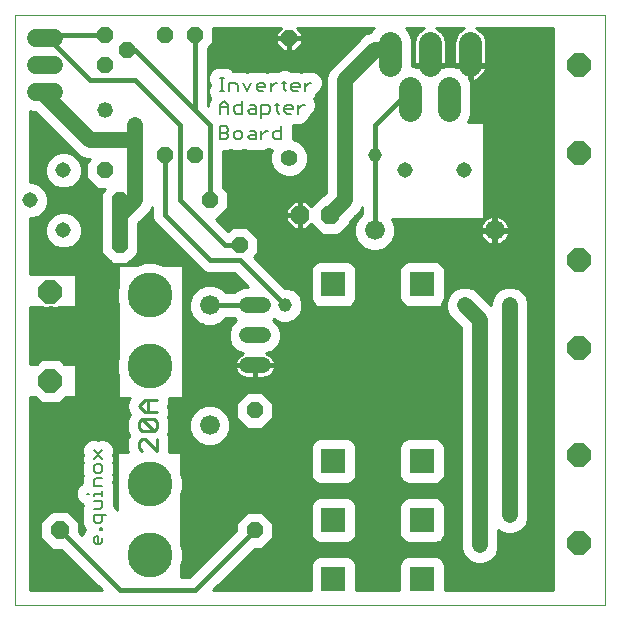
<source format=gtl>
G75*
G70*
%OFA0B0*%
%FSLAX24Y24*%
%IPPOS*%
%LPD*%
%AMOC8*
5,1,8,0,0,1.08239X$1,22.5*
%
%ADD10C,0.0000*%
%ADD11C,0.0110*%
%ADD12C,0.0080*%
%ADD13C,0.0520*%
%ADD14OC8,0.0520*%
%ADD15OC8,0.0768*%
%ADD16OC8,0.0600*%
%ADD17C,0.1500*%
%ADD18C,0.0660*%
%ADD19R,0.0827X0.0827*%
%ADD20OC8,0.0630*%
%ADD21C,0.0560*%
%ADD22OC8,0.0560*%
%ADD23C,0.0515*%
%ADD24C,0.0750*%
%ADD25C,0.0600*%
%ADD26C,0.0520*%
%ADD27C,0.0150*%
%ADD28C,0.0100*%
%ADD29C,0.0460*%
%ADD30C,0.0540*%
D10*
X000776Y000605D02*
X000776Y020290D01*
X020461Y020290D01*
X020461Y000605D01*
X000776Y000605D01*
D11*
X005029Y005760D02*
X004931Y005858D01*
X004931Y006055D01*
X005029Y006153D01*
X005127Y006153D01*
X005521Y005760D01*
X005521Y006153D01*
X005423Y006404D02*
X005029Y006798D01*
X005423Y006798D01*
X005521Y006699D01*
X005521Y006503D01*
X005423Y006404D01*
X005029Y006404D01*
X004931Y006503D01*
X004931Y006699D01*
X005029Y006798D01*
X005127Y007049D02*
X004931Y007246D01*
X005127Y007442D01*
X005521Y007442D01*
X005226Y007442D02*
X005226Y007049D01*
X005127Y007049D02*
X005521Y007049D01*
D12*
X003686Y005764D02*
X003406Y005484D01*
X003476Y005303D02*
X003406Y005233D01*
X003406Y005093D01*
X003476Y005023D01*
X003616Y005023D01*
X003686Y005093D01*
X003686Y005233D01*
X003616Y005303D01*
X003476Y005303D01*
X003686Y005484D02*
X003406Y005764D01*
X003476Y004843D02*
X003686Y004843D01*
X003476Y004843D02*
X003406Y004773D01*
X003406Y004563D01*
X003686Y004563D01*
X003686Y004396D02*
X003686Y004256D01*
X003686Y004326D02*
X003406Y004326D01*
X003406Y004256D01*
X003266Y004326D02*
X003196Y004326D01*
X003406Y004076D02*
X003686Y004076D01*
X003686Y003866D01*
X003616Y003796D01*
X003406Y003796D01*
X003406Y003615D02*
X003406Y003405D01*
X003476Y003335D01*
X003616Y003335D01*
X003686Y003405D01*
X003686Y003615D01*
X003826Y003615D02*
X003406Y003615D01*
X003616Y003175D02*
X003686Y003175D01*
X003686Y003105D01*
X003616Y003105D01*
X003616Y003175D01*
X003546Y002925D02*
X003546Y002645D01*
X003616Y002645D02*
X003476Y002645D01*
X003406Y002715D01*
X003406Y002855D01*
X003476Y002925D01*
X003546Y002925D01*
X003686Y002855D02*
X003686Y002715D01*
X003616Y002645D01*
X007616Y016145D02*
X007826Y016145D01*
X007896Y016215D01*
X007896Y016285D01*
X007826Y016355D01*
X007616Y016355D01*
X007616Y016145D02*
X007616Y016565D01*
X007826Y016565D01*
X007896Y016495D01*
X007896Y016425D01*
X007826Y016355D01*
X008076Y016355D02*
X008076Y016215D01*
X008146Y016145D01*
X008287Y016145D01*
X008357Y016215D01*
X008357Y016355D01*
X008287Y016425D01*
X008146Y016425D01*
X008076Y016355D01*
X008537Y016215D02*
X008607Y016285D01*
X008817Y016285D01*
X008817Y016355D02*
X008817Y016145D01*
X008607Y016145D01*
X008537Y016215D01*
X008607Y016425D02*
X008747Y016425D01*
X008817Y016355D01*
X008997Y016425D02*
X008997Y016145D01*
X008997Y016285D02*
X009137Y016425D01*
X009207Y016425D01*
X009381Y016355D02*
X009451Y016425D01*
X009661Y016425D01*
X009661Y016565D02*
X009661Y016145D01*
X009451Y016145D01*
X009381Y016215D01*
X009381Y016355D01*
X008997Y016855D02*
X008997Y017275D01*
X009207Y017275D01*
X009277Y017205D01*
X009277Y017065D01*
X009207Y016995D01*
X008997Y016995D01*
X008817Y016995D02*
X008817Y017205D01*
X008747Y017275D01*
X008607Y017275D01*
X008607Y017135D02*
X008537Y017065D01*
X008607Y016995D01*
X008817Y016995D01*
X008817Y017135D02*
X008607Y017135D01*
X008357Y017275D02*
X008146Y017275D01*
X008076Y017205D01*
X008076Y017065D01*
X008146Y016995D01*
X008357Y016995D01*
X008357Y017415D01*
X008203Y017745D02*
X008203Y017955D01*
X008133Y018025D01*
X007923Y018025D01*
X007923Y017745D01*
X007756Y017745D02*
X007616Y017745D01*
X007686Y017745D02*
X007686Y018165D01*
X007616Y018165D02*
X007756Y018165D01*
X008383Y018025D02*
X008523Y017745D01*
X008664Y018025D01*
X008844Y017955D02*
X008914Y018025D01*
X009054Y018025D01*
X009124Y017955D01*
X009124Y017885D01*
X008844Y017885D01*
X008844Y017815D02*
X008844Y017955D01*
X008844Y017815D02*
X008914Y017745D01*
X009054Y017745D01*
X009304Y017745D02*
X009304Y018025D01*
X009304Y017885D02*
X009444Y018025D01*
X009514Y018025D01*
X009688Y018025D02*
X009828Y018025D01*
X009758Y018095D02*
X009758Y017815D01*
X009828Y017745D01*
X009995Y017815D02*
X009995Y017955D01*
X010065Y018025D01*
X010205Y018025D01*
X010275Y017955D01*
X010275Y017885D01*
X009995Y017885D01*
X009995Y017815D02*
X010065Y017745D01*
X010205Y017745D01*
X010455Y017745D02*
X010455Y018025D01*
X010595Y018025D02*
X010665Y018025D01*
X010595Y018025D02*
X010455Y017885D01*
X010435Y017275D02*
X010365Y017275D01*
X010225Y017135D01*
X010225Y016995D02*
X010225Y017275D01*
X010045Y017205D02*
X010045Y017135D01*
X009764Y017135D01*
X009764Y017065D02*
X009764Y017205D01*
X009834Y017275D01*
X009975Y017275D01*
X010045Y017205D01*
X009975Y016995D02*
X009834Y016995D01*
X009764Y017065D01*
X009598Y016995D02*
X009528Y017065D01*
X009528Y017345D01*
X009598Y017275D02*
X009457Y017275D01*
X007896Y017275D02*
X007896Y016995D01*
X007896Y017205D02*
X007616Y017205D01*
X007616Y017275D02*
X007756Y017415D01*
X007896Y017275D01*
X007616Y017275D02*
X007616Y016995D01*
D13*
X008516Y010605D02*
X009036Y010605D01*
X009036Y009605D02*
X008516Y009605D01*
X008516Y008605D02*
X009036Y008605D01*
D14*
X008776Y007105D03*
X008776Y003105D03*
X008276Y012605D03*
X007276Y014105D03*
X006776Y015605D03*
X005776Y015605D03*
X004276Y014105D03*
X003776Y015105D03*
X004276Y012605D03*
X003776Y018605D03*
X004526Y019105D03*
X003776Y019605D03*
X005776Y019605D03*
X006776Y019605D03*
D15*
X001965Y011034D03*
X001965Y008081D03*
X019587Y009176D03*
X019587Y012128D03*
X019587Y015676D03*
X019587Y018628D03*
X019587Y005628D03*
X019587Y002676D03*
D16*
X002276Y003105D03*
D17*
X005276Y002274D03*
X005276Y004636D03*
X005276Y008573D03*
X005276Y010935D03*
D18*
X007276Y010605D03*
X007276Y006605D03*
X012776Y013105D03*
X016776Y013105D03*
D19*
X014351Y011317D03*
X011398Y011317D03*
X011398Y005412D03*
X011398Y003443D03*
X011398Y001475D03*
X014351Y001475D03*
X014351Y003443D03*
X014351Y005412D03*
D20*
X011276Y013605D03*
X010276Y013605D03*
D21*
X009926Y015505D03*
D22*
X009926Y019505D03*
D23*
X013792Y015105D03*
X015760Y015105D03*
X002398Y015105D03*
X001276Y014105D03*
X002398Y013105D03*
D24*
X013276Y018605D02*
X013276Y019355D01*
X014616Y019355D02*
X014616Y018605D01*
X013946Y017855D02*
X013946Y017105D01*
X015266Y017105D02*
X015266Y017855D01*
X015956Y018605D02*
X015956Y019355D01*
D25*
X002076Y019505D02*
X001476Y019505D01*
X001476Y018605D02*
X002076Y018605D01*
X002076Y017705D02*
X001476Y017705D01*
D26*
X003776Y017105D03*
D27*
X003276Y018105D02*
X004776Y018105D01*
X006276Y016605D01*
X006276Y014105D01*
X007776Y012605D01*
X008276Y012605D01*
X008276Y012105D02*
X007276Y012105D01*
X005776Y013605D01*
X005776Y015605D01*
X006776Y017105D02*
X006776Y019605D01*
X004776Y019105D02*
X004526Y019105D01*
X004776Y019105D02*
X006776Y017105D01*
X007276Y016605D01*
X007276Y014105D01*
X008276Y012105D02*
X009776Y010605D01*
X008776Y010605D02*
X007276Y010605D01*
X012776Y013105D02*
X012776Y015605D01*
X012776Y016605D01*
X013776Y017605D01*
X013946Y017855D01*
X003776Y019605D02*
X001776Y019605D01*
X003276Y018105D01*
X001776Y019505D02*
X001776Y019605D01*
X002276Y003105D02*
X004276Y001105D01*
X006776Y001105D01*
X008776Y003105D01*
D28*
X009208Y002674D02*
X015656Y002674D01*
X015656Y002576D02*
X009110Y002576D01*
X009029Y002495D02*
X009386Y002852D01*
X009386Y003357D01*
X009029Y003715D01*
X008523Y003715D01*
X008166Y003357D01*
X008166Y003096D01*
X006600Y001530D01*
X006326Y001530D01*
X006326Y001943D01*
X006376Y002129D01*
X006376Y002419D01*
X006326Y002605D01*
X006326Y004305D01*
X006376Y004491D01*
X006376Y004781D01*
X006326Y004968D01*
X006326Y005675D01*
X006297Y005705D01*
X005926Y005705D01*
X005926Y005840D01*
X005926Y006234D01*
X005887Y006328D01*
X005926Y006422D01*
X005926Y006583D01*
X005926Y006780D01*
X005887Y006874D01*
X005926Y006968D01*
X005926Y007129D01*
X005878Y007246D01*
X005926Y007362D01*
X005926Y007505D01*
X006347Y007505D01*
X006376Y007534D01*
X006376Y011925D01*
X006347Y011955D01*
X005711Y011955D01*
X005701Y011960D01*
X005421Y012035D01*
X005131Y012035D01*
X004851Y011960D01*
X004842Y011955D01*
X004255Y011955D01*
X004226Y011925D01*
X004226Y011267D01*
X004176Y011080D01*
X004176Y010791D01*
X004226Y010604D01*
X004226Y008905D01*
X004176Y008718D01*
X004176Y008428D01*
X004226Y008242D01*
X004226Y007534D01*
X004255Y007505D01*
X004617Y007505D01*
X004587Y007475D01*
X004550Y007386D01*
X004526Y007326D01*
X004526Y007165D01*
X004544Y007120D01*
X004587Y007016D01*
X004631Y006973D01*
X004587Y006929D01*
X004587Y006929D01*
X004576Y006901D01*
X004526Y006780D01*
X004526Y006619D01*
X004526Y006422D01*
X004585Y006279D01*
X004577Y006260D01*
X004526Y006136D01*
X004526Y005939D01*
X004526Y005778D01*
X004556Y005705D01*
X004205Y005705D01*
X004176Y005675D01*
X004176Y003790D01*
X004157Y003836D01*
X004076Y003917D01*
X004076Y003998D01*
X004076Y004153D01*
X004071Y004166D01*
X004076Y004178D01*
X004076Y004474D01*
X004074Y004479D01*
X004076Y004485D01*
X004076Y004640D01*
X004050Y004703D01*
X004076Y004765D01*
X004076Y004921D01*
X004056Y004968D01*
X004076Y005016D01*
X004076Y005171D01*
X004076Y005232D01*
X004076Y005311D01*
X004062Y005344D01*
X004056Y005358D01*
X004076Y005406D01*
X004076Y005561D01*
X004050Y005624D01*
X004076Y005686D01*
X004076Y005841D01*
X004017Y005985D01*
X003907Y006094D01*
X003764Y006154D01*
X003608Y006154D01*
X003546Y006128D01*
X003483Y006154D01*
X003328Y006154D01*
X003185Y006094D01*
X003075Y005985D01*
X003016Y005841D01*
X003016Y005686D01*
X003042Y005624D01*
X003016Y005561D01*
X003016Y005406D01*
X003036Y005358D01*
X003016Y005311D01*
X003016Y005171D01*
X003016Y005171D01*
X003016Y005092D01*
X003016Y005016D01*
X003016Y005016D01*
X003016Y005016D01*
X003027Y004990D01*
X003050Y004933D01*
X003016Y004851D01*
X003016Y004695D01*
X003016Y004674D01*
X002975Y004657D01*
X002865Y004547D01*
X002806Y004404D01*
X002806Y004248D01*
X002865Y004105D01*
X002975Y003995D01*
X003026Y003974D01*
X003042Y003936D01*
X003016Y003873D01*
X003016Y003718D01*
X003021Y003706D01*
X003016Y003693D01*
X003016Y003483D01*
X003016Y003483D01*
X003016Y003404D01*
X003016Y003328D01*
X003016Y003328D01*
X003016Y003328D01*
X003027Y003302D01*
X003075Y003184D01*
X003077Y003183D01*
X003129Y003130D01*
X003075Y003076D01*
X003026Y002956D01*
X002926Y003056D01*
X002926Y003374D01*
X002545Y003755D01*
X002007Y003755D01*
X001626Y003374D01*
X001626Y002835D01*
X002007Y002455D01*
X002325Y002455D01*
X003675Y001105D01*
X001276Y001105D01*
X001276Y007555D01*
X001454Y007555D01*
X001661Y007347D01*
X002269Y007347D01*
X002476Y007555D01*
X002797Y007555D01*
X002826Y007584D01*
X002826Y008625D01*
X002797Y008655D01*
X002429Y008655D01*
X002269Y008815D01*
X001661Y008815D01*
X001501Y008655D01*
X001276Y008655D01*
X001276Y010555D01*
X001689Y010555D01*
X001744Y010500D01*
X001915Y010500D01*
X001915Y010555D01*
X002015Y010555D01*
X002015Y010500D01*
X002186Y010500D01*
X002241Y010555D01*
X002797Y010555D01*
X002826Y010584D01*
X002826Y011625D01*
X002797Y011655D01*
X001276Y011655D01*
X001276Y013497D01*
X001397Y013497D01*
X001620Y013590D01*
X001791Y013761D01*
X001884Y013984D01*
X001884Y014226D01*
X001791Y014449D01*
X001620Y014620D01*
X001397Y014712D01*
X001276Y014712D01*
X001276Y017084D01*
X001347Y017055D01*
X001449Y017055D01*
X002750Y015754D01*
X002750Y015754D01*
X002925Y015579D01*
X003153Y015485D01*
X003293Y015485D01*
X003166Y015357D01*
X003166Y014852D01*
X003523Y014495D01*
X003789Y014495D01*
X003750Y014456D01*
X003740Y014432D01*
X003666Y014357D01*
X003666Y014252D01*
X003656Y014228D01*
X003656Y013728D01*
X003656Y013481D01*
X003656Y012481D01*
X003666Y012457D01*
X003666Y012352D01*
X003740Y012278D01*
X003750Y012254D01*
X003925Y012079D01*
X003949Y012069D01*
X004023Y011995D01*
X004129Y011995D01*
X004153Y011985D01*
X004399Y011985D01*
X004424Y011995D01*
X004529Y011995D01*
X004603Y012069D01*
X004627Y012079D01*
X004802Y012254D01*
X004812Y012278D01*
X004886Y012352D01*
X004886Y012457D01*
X004896Y012481D01*
X004896Y013348D01*
X005302Y013754D01*
X005351Y013873D01*
X005351Y013520D01*
X005416Y013364D01*
X005535Y013244D01*
X005535Y013244D01*
X007035Y011744D01*
X007191Y011680D01*
X007361Y011680D01*
X008100Y011680D01*
X008565Y011215D01*
X008395Y011215D01*
X008171Y011122D01*
X008078Y011030D01*
X007813Y011030D01*
X007661Y011181D01*
X007411Y011285D01*
X007141Y011285D01*
X006891Y011181D01*
X006700Y010990D01*
X006596Y010740D01*
X006596Y010469D01*
X006700Y010220D01*
X006891Y010028D01*
X007141Y009925D01*
X007411Y009925D01*
X007661Y010028D01*
X007813Y010180D01*
X008078Y010180D01*
X008153Y010105D01*
X007999Y009950D01*
X007906Y009726D01*
X007906Y009483D01*
X007999Y009259D01*
X008171Y009088D01*
X008393Y008996D01*
X008359Y008985D01*
X008301Y008955D01*
X008249Y008917D01*
X008203Y008872D01*
X008165Y008820D01*
X008136Y008762D01*
X008116Y008701D01*
X008106Y008637D01*
X008106Y008635D01*
X008746Y008635D01*
X008746Y008575D01*
X008106Y008575D01*
X008106Y008572D01*
X008116Y008509D01*
X008136Y008447D01*
X008165Y008390D01*
X008203Y008338D01*
X008249Y008292D01*
X008301Y008254D01*
X008359Y008225D01*
X008420Y008205D01*
X008484Y008195D01*
X008746Y008195D01*
X008746Y008574D01*
X008806Y008574D01*
X008806Y008195D01*
X009068Y008195D01*
X009132Y008205D01*
X009193Y008225D01*
X009251Y008254D01*
X009303Y008292D01*
X009349Y008338D01*
X009387Y008390D01*
X009416Y008447D01*
X009436Y008509D01*
X009446Y008572D01*
X009446Y008575D01*
X008806Y008575D01*
X008806Y008635D01*
X009446Y008635D01*
X009446Y008637D01*
X009436Y008701D01*
X009416Y008762D01*
X009387Y008820D01*
X009349Y008872D01*
X009303Y008917D01*
X009251Y008955D01*
X009193Y008985D01*
X009160Y008996D01*
X009382Y009088D01*
X009553Y009259D01*
X009646Y009483D01*
X009646Y009726D01*
X009553Y009950D01*
X009399Y010105D01*
X009427Y010133D01*
X009448Y010113D01*
X009661Y010025D01*
X009891Y010025D01*
X010105Y010113D01*
X010268Y010276D01*
X010356Y010489D01*
X010356Y010720D01*
X010268Y010933D01*
X010105Y011096D01*
X009891Y011185D01*
X009797Y011185D01*
X008758Y012224D01*
X008886Y012352D01*
X008886Y012857D01*
X008529Y013215D01*
X008023Y013215D01*
X007895Y013086D01*
X007487Y013495D01*
X007529Y013495D01*
X007886Y013852D01*
X007886Y014357D01*
X007701Y014542D01*
X007701Y015755D01*
X007827Y015755D01*
X007904Y015755D01*
X007940Y015770D01*
X007986Y015789D01*
X008069Y015755D01*
X008286Y015755D01*
X008364Y015755D01*
X008397Y015768D01*
X008447Y015789D01*
X008529Y015755D01*
X008684Y015755D01*
X008895Y015755D01*
X008907Y015760D01*
X008920Y015755D01*
X009075Y015755D01*
X009218Y015814D01*
X009224Y015820D01*
X009230Y015814D01*
X009351Y015764D01*
X009296Y015630D01*
X009296Y015379D01*
X009392Y015148D01*
X009569Y014971D01*
X009801Y014875D01*
X010051Y014875D01*
X010283Y014971D01*
X010460Y015148D01*
X010556Y015379D01*
X010556Y015630D01*
X010460Y015862D01*
X010283Y016039D01*
X010051Y016135D01*
X010051Y016222D01*
X010051Y016347D01*
X010051Y016503D01*
X010051Y016605D01*
X010052Y016605D01*
X010100Y016624D01*
X010147Y016605D01*
X010302Y016605D01*
X010446Y016664D01*
X010555Y016774D01*
X010615Y016917D01*
X010615Y016927D01*
X010656Y016944D01*
X010765Y017054D01*
X010825Y017197D01*
X010825Y017353D01*
X010765Y017496D01*
X010761Y017500D01*
X010785Y017524D01*
X010845Y017667D01*
X010845Y017677D01*
X010886Y017694D01*
X010996Y017804D01*
X011055Y017947D01*
X011055Y018103D01*
X010996Y018246D01*
X010886Y018356D01*
X010743Y018415D01*
X010517Y018415D01*
X010377Y018415D01*
X010330Y018395D01*
X010282Y018415D01*
X010142Y018415D01*
X010065Y018415D01*
X009989Y018415D01*
X009979Y018426D01*
X009835Y018485D01*
X009680Y018485D01*
X009537Y018426D01*
X009526Y018415D01*
X009367Y018415D01*
X009226Y018415D01*
X009179Y018395D01*
X009131Y018415D01*
X008991Y018415D01*
X008884Y018415D01*
X008836Y018415D01*
X008792Y018397D01*
X008769Y018408D01*
X008614Y018419D01*
X008523Y018389D01*
X008433Y018419D01*
X008278Y018408D01*
X008255Y018397D01*
X008211Y018415D01*
X008058Y018415D01*
X007977Y018496D01*
X007834Y018555D01*
X007538Y018555D01*
X007395Y018496D01*
X007285Y018386D01*
X007226Y018243D01*
X007226Y018087D01*
X007281Y017955D01*
X007226Y017822D01*
X007226Y017667D01*
X007285Y017524D01*
X007299Y017510D01*
X007285Y017496D01*
X007226Y017353D01*
X007226Y017282D01*
X007226Y017256D01*
X007201Y017281D01*
X007201Y019167D01*
X007386Y019352D01*
X007386Y019840D01*
X009653Y019840D01*
X009496Y019683D01*
X009496Y019545D01*
X009886Y019545D01*
X009886Y019465D01*
X009496Y019465D01*
X009496Y019327D01*
X009748Y019075D01*
X009886Y019075D01*
X009886Y019464D01*
X009966Y019464D01*
X009966Y019075D01*
X010104Y019075D01*
X010356Y019327D01*
X010356Y019465D01*
X009966Y019465D01*
X009966Y019545D01*
X010356Y019545D01*
X010356Y019683D01*
X010199Y019840D01*
X012736Y019840D01*
X012661Y019765D01*
X012643Y019721D01*
X012425Y019630D01*
X012250Y019456D01*
X011250Y018456D01*
X011156Y018228D01*
X011156Y017981D01*
X011156Y014362D01*
X011064Y014270D01*
X011001Y014270D01*
X010635Y013904D01*
X010469Y014070D01*
X010306Y014070D01*
X010306Y013635D01*
X010246Y013635D01*
X010246Y014070D01*
X010083Y014070D01*
X009811Y013797D01*
X009811Y013635D01*
X010246Y013635D01*
X010246Y013575D01*
X009811Y013575D01*
X009811Y013412D01*
X010083Y013140D01*
X010246Y013140D01*
X010246Y013574D01*
X010306Y013574D01*
X010306Y013140D01*
X010469Y013140D01*
X010635Y013306D01*
X011001Y012940D01*
X011551Y012940D01*
X011941Y013329D01*
X011941Y013393D01*
X012127Y013579D01*
X012302Y013754D01*
X012351Y013873D01*
X012351Y013641D01*
X012200Y013490D01*
X012096Y013240D01*
X012096Y012969D01*
X012200Y012720D01*
X012391Y012528D01*
X012641Y012425D01*
X012911Y012425D01*
X013161Y012528D01*
X013353Y012720D01*
X013456Y012969D01*
X013456Y013240D01*
X013357Y013480D01*
X016372Y013480D01*
X016401Y013509D01*
X016401Y016700D01*
X016372Y016729D01*
X015895Y016729D01*
X015991Y016960D01*
X015991Y017999D01*
X015906Y018204D01*
X015906Y018555D01*
X015471Y018555D01*
X015410Y018580D01*
X015122Y018580D01*
X015062Y018555D01*
X014666Y018555D01*
X014666Y018655D01*
X015141Y018655D01*
X015141Y019396D01*
X015128Y019478D01*
X015103Y019556D01*
X015065Y019630D01*
X015016Y019697D01*
X014958Y019755D01*
X014891Y019804D01*
X014820Y019840D01*
X015752Y019840D01*
X015681Y019804D01*
X015614Y019755D01*
X015556Y019697D01*
X015507Y019630D01*
X015470Y019556D01*
X015444Y019478D01*
X015431Y019396D01*
X015431Y018655D01*
X015906Y018655D01*
X015906Y018555D01*
X016006Y018555D01*
X016006Y018655D01*
X016481Y018655D01*
X016481Y019396D01*
X016468Y019478D01*
X016443Y019556D01*
X016405Y019630D01*
X016356Y019697D01*
X016298Y019755D01*
X016231Y019804D01*
X016160Y019840D01*
X018726Y019840D01*
X018726Y001105D01*
X015114Y001105D01*
X015114Y001958D01*
X015061Y002086D01*
X014976Y002171D01*
X014976Y002175D01*
X014947Y002205D01*
X014915Y002205D01*
X014834Y002238D01*
X013868Y002238D01*
X013787Y002205D01*
X013755Y002205D01*
X013726Y002175D01*
X013726Y002172D01*
X013641Y002086D01*
X013587Y001958D01*
X013587Y001105D01*
X012161Y001105D01*
X012161Y001958D01*
X012108Y002086D01*
X012010Y002185D01*
X011881Y002238D01*
X010915Y002238D01*
X010786Y002185D01*
X010688Y002086D01*
X010635Y001958D01*
X010635Y001105D01*
X007377Y001105D01*
X008767Y002495D01*
X009029Y002495D01*
X009307Y002773D02*
X010747Y002773D01*
X010786Y002733D02*
X010915Y002680D01*
X011881Y002680D01*
X012010Y002733D01*
X012108Y002832D01*
X012161Y002960D01*
X012161Y003926D01*
X012108Y004055D01*
X012010Y004153D01*
X011881Y004207D01*
X010915Y004207D01*
X010786Y004153D01*
X010688Y004055D01*
X010635Y003926D01*
X010635Y002960D01*
X010688Y002832D01*
X010786Y002733D01*
X010672Y002871D02*
X009386Y002871D01*
X009386Y002970D02*
X010635Y002970D01*
X010635Y003068D02*
X009386Y003068D01*
X009386Y003167D02*
X010635Y003167D01*
X010635Y003265D02*
X009386Y003265D01*
X009379Y003364D02*
X010635Y003364D01*
X010635Y003462D02*
X009281Y003462D01*
X009182Y003561D02*
X010635Y003561D01*
X010635Y003660D02*
X009084Y003660D01*
X008468Y003660D02*
X006326Y003660D01*
X006326Y003758D02*
X010635Y003758D01*
X010635Y003857D02*
X006326Y003857D01*
X006326Y003955D02*
X010647Y003955D01*
X010688Y004054D02*
X006326Y004054D01*
X006326Y004152D02*
X010785Y004152D01*
X010915Y004648D02*
X010786Y004702D01*
X010688Y004800D01*
X010635Y004929D01*
X010635Y005895D01*
X010688Y006023D01*
X010786Y006122D01*
X010915Y006175D01*
X011881Y006175D01*
X012010Y006122D01*
X012108Y006023D01*
X012161Y005895D01*
X012161Y004929D01*
X012108Y004800D01*
X012010Y004702D01*
X011881Y004648D01*
X010915Y004648D01*
X010745Y004744D02*
X006376Y004744D01*
X006376Y004645D02*
X015656Y004645D01*
X015656Y004744D02*
X015004Y004744D01*
X014962Y004702D02*
X015061Y004800D01*
X015114Y004929D01*
X015114Y005895D01*
X015061Y006023D01*
X014962Y006122D01*
X014834Y006175D01*
X013868Y006175D01*
X013739Y006122D01*
X013722Y006105D01*
X013705Y006105D01*
X013676Y006075D01*
X013676Y006059D01*
X013641Y006023D01*
X013587Y005895D01*
X013587Y004929D01*
X013641Y004800D01*
X013676Y004765D01*
X013676Y004734D01*
X013705Y004705D01*
X013736Y004705D01*
X013739Y004702D01*
X013868Y004648D01*
X014834Y004648D01*
X014962Y004702D01*
X015078Y004842D02*
X015656Y004842D01*
X015656Y004941D02*
X015114Y004941D01*
X015114Y005039D02*
X015656Y005039D01*
X015656Y005138D02*
X015114Y005138D01*
X015114Y005236D02*
X015656Y005236D01*
X015656Y005335D02*
X015114Y005335D01*
X015114Y005433D02*
X015656Y005433D01*
X015656Y005532D02*
X015114Y005532D01*
X015114Y005630D02*
X015656Y005630D01*
X015656Y005729D02*
X015114Y005729D01*
X015114Y005828D02*
X015656Y005828D01*
X015656Y005926D02*
X015101Y005926D01*
X015060Y006025D02*
X015656Y006025D01*
X015656Y006123D02*
X014959Y006123D01*
X015656Y006222D02*
X007853Y006222D01*
X007853Y006220D02*
X007956Y006469D01*
X007956Y006740D01*
X007853Y006990D01*
X007661Y007181D01*
X007411Y007285D01*
X007141Y007285D01*
X006891Y007181D01*
X006700Y006990D01*
X006596Y006740D01*
X006596Y006469D01*
X006700Y006220D01*
X006891Y006028D01*
X007141Y005925D01*
X007411Y005925D01*
X007661Y006028D01*
X007853Y006220D01*
X007894Y006320D02*
X015656Y006320D01*
X015656Y006419D02*
X007935Y006419D01*
X007956Y006517D02*
X008501Y006517D01*
X008523Y006495D02*
X009029Y006495D01*
X009386Y006852D01*
X009386Y007357D01*
X009029Y007715D01*
X008523Y007715D01*
X008166Y007357D01*
X008166Y006852D01*
X008523Y006495D01*
X008402Y006616D02*
X007956Y006616D01*
X007956Y006714D02*
X008304Y006714D01*
X008205Y006813D02*
X007926Y006813D01*
X007885Y006911D02*
X008166Y006911D01*
X008166Y007010D02*
X007832Y007010D01*
X007734Y007109D02*
X008166Y007109D01*
X008166Y007207D02*
X007599Y007207D01*
X008166Y007306D02*
X005903Y007306D01*
X005894Y007207D02*
X006954Y007207D01*
X006818Y007109D02*
X005926Y007109D01*
X005926Y007010D02*
X006720Y007010D01*
X006667Y006911D02*
X005903Y006911D01*
X005912Y006813D02*
X006626Y006813D01*
X006596Y006714D02*
X005926Y006714D01*
X005926Y006616D02*
X006596Y006616D01*
X006596Y006517D02*
X005926Y006517D01*
X005925Y006419D02*
X006617Y006419D01*
X006658Y006320D02*
X005890Y006320D01*
X005926Y006222D02*
X006699Y006222D01*
X006796Y006123D02*
X005926Y006123D01*
X005926Y006025D02*
X006900Y006025D01*
X007138Y005926D02*
X005926Y005926D01*
X005926Y005828D02*
X010635Y005828D01*
X010648Y005926D02*
X007415Y005926D01*
X007652Y006025D02*
X010689Y006025D01*
X010790Y006123D02*
X007756Y006123D01*
X009051Y006517D02*
X015656Y006517D01*
X015656Y006616D02*
X009150Y006616D01*
X009248Y006714D02*
X015656Y006714D01*
X015656Y006813D02*
X009347Y006813D01*
X009386Y006911D02*
X015656Y006911D01*
X015656Y007010D02*
X009386Y007010D01*
X009386Y007109D02*
X015656Y007109D01*
X015656Y007207D02*
X009386Y007207D01*
X009386Y007306D02*
X015656Y007306D01*
X015656Y007404D02*
X009339Y007404D01*
X009241Y007503D02*
X015656Y007503D01*
X015656Y007601D02*
X009142Y007601D01*
X009044Y007700D02*
X015656Y007700D01*
X015656Y007798D02*
X006376Y007798D01*
X006376Y007700D02*
X008509Y007700D01*
X008410Y007601D02*
X006376Y007601D01*
X006376Y007897D02*
X015656Y007897D01*
X015656Y007995D02*
X006376Y007995D01*
X006376Y008094D02*
X015656Y008094D01*
X015656Y008193D02*
X006376Y008193D01*
X006376Y008291D02*
X008250Y008291D01*
X008165Y008390D02*
X006376Y008390D01*
X006376Y008488D02*
X008123Y008488D01*
X008114Y008685D02*
X006376Y008685D01*
X006376Y008587D02*
X008746Y008587D01*
X008806Y008587D02*
X015656Y008587D01*
X015656Y008685D02*
X009438Y008685D01*
X009405Y008784D02*
X015656Y008784D01*
X015656Y008882D02*
X009338Y008882D01*
X009201Y008981D02*
X015656Y008981D01*
X015656Y009079D02*
X009362Y009079D01*
X009472Y009178D02*
X015656Y009178D01*
X015656Y009277D02*
X009560Y009277D01*
X009601Y009375D02*
X015656Y009375D01*
X015656Y009474D02*
X009642Y009474D01*
X009646Y009572D02*
X015656Y009572D01*
X015656Y009671D02*
X009646Y009671D01*
X009628Y009769D02*
X015656Y009769D01*
X015656Y009848D02*
X015656Y002481D01*
X015750Y002254D01*
X015925Y002079D01*
X016153Y001985D01*
X016399Y001985D01*
X016627Y002079D01*
X016802Y002254D01*
X016896Y002481D01*
X016896Y003108D01*
X016925Y003079D01*
X017153Y002985D01*
X017399Y002985D01*
X017627Y003079D01*
X017802Y003254D01*
X017896Y003481D01*
X017896Y010728D01*
X017802Y010956D01*
X017627Y011130D01*
X017399Y011225D01*
X017153Y011225D01*
X016925Y011130D01*
X016750Y010956D01*
X016656Y010728D01*
X016656Y010601D01*
X016627Y010630D01*
X016127Y011130D01*
X015899Y011225D01*
X015653Y011225D01*
X015425Y011130D01*
X015250Y010956D01*
X015156Y010728D01*
X015156Y010481D01*
X015250Y010254D01*
X015656Y009848D01*
X015636Y009868D02*
X009587Y009868D01*
X009537Y009966D02*
X015538Y009966D01*
X015439Y010065D02*
X009988Y010065D01*
X010155Y010163D02*
X015341Y010163D01*
X015247Y010262D02*
X010254Y010262D01*
X010303Y010361D02*
X015206Y010361D01*
X015165Y010459D02*
X010343Y010459D01*
X010356Y010558D02*
X010802Y010558D01*
X010805Y010555D02*
X010913Y010555D01*
X010915Y010554D01*
X011881Y010554D01*
X011883Y010555D01*
X011997Y010555D01*
X012026Y010584D01*
X012026Y010624D01*
X012108Y010706D01*
X012161Y010834D01*
X012161Y011800D01*
X012108Y011929D01*
X012010Y012027D01*
X011881Y012081D01*
X010915Y012081D01*
X010786Y012027D01*
X010688Y011929D01*
X010635Y011800D01*
X010635Y010834D01*
X010688Y010706D01*
X010776Y010618D01*
X010776Y010584D01*
X010805Y010555D01*
X010738Y010656D02*
X010356Y010656D01*
X010342Y010755D02*
X010668Y010755D01*
X010635Y010853D02*
X010301Y010853D01*
X010249Y010952D02*
X010635Y010952D01*
X010635Y011050D02*
X010151Y011050D01*
X009978Y011149D02*
X010635Y011149D01*
X010635Y011247D02*
X009734Y011247D01*
X009636Y011346D02*
X010635Y011346D01*
X010635Y011444D02*
X009537Y011444D01*
X009439Y011543D02*
X010635Y011543D01*
X010635Y011642D02*
X009340Y011642D01*
X009242Y011740D02*
X010635Y011740D01*
X010651Y011839D02*
X009143Y011839D01*
X009045Y011937D02*
X010696Y011937D01*
X010807Y012036D02*
X008946Y012036D01*
X008847Y012134D02*
X018726Y012134D01*
X018726Y012036D02*
X014942Y012036D01*
X014962Y012027D02*
X014834Y012081D01*
X013868Y012081D01*
X013739Y012027D01*
X013641Y011929D01*
X013587Y011800D01*
X013587Y010834D01*
X013641Y010706D01*
X013739Y010607D01*
X013776Y010592D01*
X013776Y010584D01*
X013805Y010555D01*
X013866Y010555D01*
X013868Y010554D01*
X014834Y010554D01*
X014836Y010555D01*
X014997Y010555D01*
X015026Y010584D01*
X015026Y010671D01*
X015061Y010706D01*
X015114Y010834D01*
X015114Y011800D01*
X015061Y011929D01*
X014962Y012027D01*
X015053Y011937D02*
X018726Y011937D01*
X018726Y011839D02*
X015098Y011839D01*
X015114Y011740D02*
X018726Y011740D01*
X018726Y011642D02*
X015114Y011642D01*
X015114Y011543D02*
X018726Y011543D01*
X018726Y011444D02*
X015114Y011444D01*
X015114Y011346D02*
X018726Y011346D01*
X018726Y011247D02*
X015114Y011247D01*
X015114Y011149D02*
X015470Y011149D01*
X015345Y011050D02*
X015114Y011050D01*
X015114Y010952D02*
X015249Y010952D01*
X015208Y010853D02*
X015114Y010853D01*
X015081Y010755D02*
X015167Y010755D01*
X015156Y010656D02*
X015026Y010656D01*
X015000Y010558D02*
X015156Y010558D01*
X016082Y011149D02*
X016970Y011149D01*
X016845Y011050D02*
X016207Y011050D01*
X016306Y010952D02*
X016749Y010952D01*
X016708Y010853D02*
X016404Y010853D01*
X016503Y010755D02*
X016667Y010755D01*
X016656Y010656D02*
X016601Y010656D01*
X017582Y011149D02*
X018726Y011149D01*
X018726Y011050D02*
X017707Y011050D01*
X017803Y010952D02*
X018726Y010952D01*
X018726Y010853D02*
X017844Y010853D01*
X017885Y010755D02*
X018726Y010755D01*
X018726Y010656D02*
X017896Y010656D01*
X017896Y010558D02*
X018726Y010558D01*
X018726Y010459D02*
X017896Y010459D01*
X017896Y010361D02*
X018726Y010361D01*
X018726Y010262D02*
X017896Y010262D01*
X017896Y010163D02*
X018726Y010163D01*
X018726Y010065D02*
X017896Y010065D01*
X017896Y009966D02*
X018726Y009966D01*
X018726Y009868D02*
X017896Y009868D01*
X017896Y009769D02*
X018726Y009769D01*
X018726Y009671D02*
X017896Y009671D01*
X017896Y009572D02*
X018726Y009572D01*
X018726Y009474D02*
X017896Y009474D01*
X017896Y009375D02*
X018726Y009375D01*
X018726Y009277D02*
X017896Y009277D01*
X017896Y009178D02*
X018726Y009178D01*
X018726Y009079D02*
X017896Y009079D01*
X017896Y008981D02*
X018726Y008981D01*
X018726Y008882D02*
X017896Y008882D01*
X017896Y008784D02*
X018726Y008784D01*
X018726Y008685D02*
X017896Y008685D01*
X017896Y008587D02*
X018726Y008587D01*
X018726Y008488D02*
X017896Y008488D01*
X017896Y008390D02*
X018726Y008390D01*
X018726Y008291D02*
X017896Y008291D01*
X017896Y008193D02*
X018726Y008193D01*
X018726Y008094D02*
X017896Y008094D01*
X017896Y007995D02*
X018726Y007995D01*
X018726Y007897D02*
X017896Y007897D01*
X017896Y007798D02*
X018726Y007798D01*
X018726Y007700D02*
X017896Y007700D01*
X017896Y007601D02*
X018726Y007601D01*
X018726Y007503D02*
X017896Y007503D01*
X017896Y007404D02*
X018726Y007404D01*
X018726Y007306D02*
X017896Y007306D01*
X017896Y007207D02*
X018726Y007207D01*
X018726Y007109D02*
X017896Y007109D01*
X017896Y007010D02*
X018726Y007010D01*
X018726Y006911D02*
X017896Y006911D01*
X017896Y006813D02*
X018726Y006813D01*
X018726Y006714D02*
X017896Y006714D01*
X017896Y006616D02*
X018726Y006616D01*
X018726Y006517D02*
X017896Y006517D01*
X017896Y006419D02*
X018726Y006419D01*
X018726Y006320D02*
X017896Y006320D01*
X017896Y006222D02*
X018726Y006222D01*
X018726Y006123D02*
X017896Y006123D01*
X017896Y006025D02*
X018726Y006025D01*
X018726Y005926D02*
X017896Y005926D01*
X017896Y005828D02*
X018726Y005828D01*
X018726Y005729D02*
X017896Y005729D01*
X017896Y005630D02*
X018726Y005630D01*
X018726Y005532D02*
X017896Y005532D01*
X017896Y005433D02*
X018726Y005433D01*
X018726Y005335D02*
X017896Y005335D01*
X017896Y005236D02*
X018726Y005236D01*
X018726Y005138D02*
X017896Y005138D01*
X017896Y005039D02*
X018726Y005039D01*
X018726Y004941D02*
X017896Y004941D01*
X017896Y004842D02*
X018726Y004842D01*
X018726Y004744D02*
X017896Y004744D01*
X017896Y004645D02*
X018726Y004645D01*
X018726Y004546D02*
X017896Y004546D01*
X017896Y004448D02*
X018726Y004448D01*
X018726Y004349D02*
X017896Y004349D01*
X017896Y004251D02*
X018726Y004251D01*
X018726Y004152D02*
X017896Y004152D01*
X017896Y004054D02*
X018726Y004054D01*
X018726Y003955D02*
X017896Y003955D01*
X017896Y003857D02*
X018726Y003857D01*
X018726Y003758D02*
X017896Y003758D01*
X017896Y003660D02*
X018726Y003660D01*
X018726Y003561D02*
X017896Y003561D01*
X017888Y003462D02*
X018726Y003462D01*
X018726Y003364D02*
X017847Y003364D01*
X017807Y003265D02*
X018726Y003265D01*
X018726Y003167D02*
X017715Y003167D01*
X017601Y003068D02*
X018726Y003068D01*
X018726Y002970D02*
X016896Y002970D01*
X016896Y003068D02*
X016951Y003068D01*
X016896Y002871D02*
X018726Y002871D01*
X018726Y002773D02*
X016896Y002773D01*
X016896Y002674D02*
X018726Y002674D01*
X018726Y002576D02*
X016896Y002576D01*
X016894Y002477D02*
X018726Y002477D01*
X018726Y002379D02*
X016853Y002379D01*
X016813Y002280D02*
X018726Y002280D01*
X018726Y002181D02*
X016730Y002181D01*
X016631Y002083D02*
X018726Y002083D01*
X018726Y001984D02*
X015103Y001984D01*
X015114Y001886D02*
X018726Y001886D01*
X018726Y001787D02*
X015114Y001787D01*
X015114Y001689D02*
X018726Y001689D01*
X018726Y001590D02*
X015114Y001590D01*
X015114Y001492D02*
X018726Y001492D01*
X018726Y001393D02*
X015114Y001393D01*
X015114Y001295D02*
X018726Y001295D01*
X018726Y001196D02*
X015114Y001196D01*
X015062Y002083D02*
X015921Y002083D01*
X015823Y002181D02*
X014970Y002181D01*
X014834Y002680D02*
X014894Y002705D01*
X014997Y002705D01*
X015026Y002734D01*
X015026Y002797D01*
X015061Y002832D01*
X015114Y002960D01*
X015114Y003926D01*
X015061Y004055D01*
X014962Y004153D01*
X014834Y004207D01*
X013868Y004207D01*
X013739Y004153D01*
X013641Y004055D01*
X013587Y003926D01*
X013587Y002960D01*
X013641Y002832D01*
X013739Y002733D01*
X013804Y002707D01*
X013805Y002705D01*
X013808Y002705D01*
X013868Y002680D01*
X014834Y002680D01*
X015026Y002773D02*
X015656Y002773D01*
X015656Y002871D02*
X015077Y002871D01*
X015114Y002970D02*
X015656Y002970D01*
X015656Y003068D02*
X015114Y003068D01*
X015114Y003167D02*
X015656Y003167D01*
X015656Y003265D02*
X015114Y003265D01*
X015114Y003364D02*
X015656Y003364D01*
X015656Y003462D02*
X015114Y003462D01*
X015114Y003561D02*
X015656Y003561D01*
X015656Y003660D02*
X015114Y003660D01*
X015114Y003758D02*
X015656Y003758D01*
X015656Y003857D02*
X015114Y003857D01*
X015102Y003955D02*
X015656Y003955D01*
X015656Y004054D02*
X015061Y004054D01*
X014964Y004152D02*
X015656Y004152D01*
X015656Y004251D02*
X006326Y004251D01*
X006338Y004349D02*
X015656Y004349D01*
X015656Y004448D02*
X006364Y004448D01*
X006376Y004546D02*
X015656Y004546D01*
X013738Y004152D02*
X012011Y004152D01*
X012109Y004054D02*
X013640Y004054D01*
X013599Y003955D02*
X012150Y003955D01*
X012161Y003857D02*
X013587Y003857D01*
X013587Y003758D02*
X012161Y003758D01*
X012161Y003660D02*
X013587Y003660D01*
X013587Y003561D02*
X012161Y003561D01*
X012161Y003462D02*
X013587Y003462D01*
X013587Y003364D02*
X012161Y003364D01*
X012161Y003265D02*
X013587Y003265D01*
X013587Y003167D02*
X012161Y003167D01*
X012161Y003068D02*
X013587Y003068D01*
X013587Y002970D02*
X012161Y002970D01*
X012125Y002871D02*
X013624Y002871D01*
X013700Y002773D02*
X012049Y002773D01*
X012013Y002181D02*
X013732Y002181D01*
X013639Y002083D02*
X012110Y002083D01*
X012150Y001984D02*
X013599Y001984D01*
X013587Y001886D02*
X012161Y001886D01*
X012161Y001787D02*
X013587Y001787D01*
X013587Y001689D02*
X012161Y001689D01*
X012161Y001590D02*
X013587Y001590D01*
X013587Y001492D02*
X012161Y001492D01*
X012161Y001393D02*
X013587Y001393D01*
X013587Y001295D02*
X012161Y001295D01*
X012161Y001196D02*
X013587Y001196D01*
X015658Y002477D02*
X008749Y002477D01*
X008651Y002379D02*
X015699Y002379D01*
X015739Y002280D02*
X008552Y002280D01*
X008454Y002181D02*
X010783Y002181D01*
X010687Y002083D02*
X008355Y002083D01*
X008257Y001984D02*
X010646Y001984D01*
X010635Y001886D02*
X008158Y001886D01*
X008060Y001787D02*
X010635Y001787D01*
X010635Y001689D02*
X007961Y001689D01*
X007862Y001590D02*
X010635Y001590D01*
X010635Y001492D02*
X007764Y001492D01*
X007665Y001393D02*
X010635Y001393D01*
X010635Y001295D02*
X007567Y001295D01*
X007468Y001196D02*
X010635Y001196D01*
X008166Y003167D02*
X006326Y003167D01*
X006326Y003265D02*
X008166Y003265D01*
X008173Y003364D02*
X006326Y003364D01*
X006326Y003462D02*
X008271Y003462D01*
X008370Y003561D02*
X006326Y003561D01*
X006326Y003068D02*
X008139Y003068D01*
X008040Y002970D02*
X006326Y002970D01*
X006326Y002871D02*
X007942Y002871D01*
X007843Y002773D02*
X006326Y002773D01*
X006326Y002674D02*
X007744Y002674D01*
X007646Y002576D02*
X006334Y002576D01*
X006360Y002477D02*
X007547Y002477D01*
X007449Y002379D02*
X006376Y002379D01*
X006376Y002280D02*
X007350Y002280D01*
X007252Y002181D02*
X006376Y002181D01*
X006364Y002083D02*
X007153Y002083D01*
X007055Y001984D02*
X006337Y001984D01*
X006326Y001886D02*
X006956Y001886D01*
X006858Y001787D02*
X006326Y001787D01*
X006326Y001689D02*
X006759Y001689D01*
X006660Y001590D02*
X006326Y001590D01*
X004176Y003857D02*
X004136Y003857D01*
X004176Y003955D02*
X004076Y003955D01*
X004076Y004054D02*
X004176Y004054D01*
X004176Y004152D02*
X004076Y004152D01*
X004076Y004251D02*
X004176Y004251D01*
X004176Y004349D02*
X004076Y004349D01*
X004076Y004448D02*
X004176Y004448D01*
X004176Y004546D02*
X004076Y004546D01*
X004074Y004645D02*
X004176Y004645D01*
X004176Y004744D02*
X004067Y004744D01*
X004076Y004842D02*
X004176Y004842D01*
X004176Y004941D02*
X004068Y004941D01*
X004076Y005039D02*
X004176Y005039D01*
X004176Y005138D02*
X004076Y005138D01*
X004076Y005236D02*
X004176Y005236D01*
X004176Y005335D02*
X004066Y005335D01*
X004076Y005311D02*
X004076Y005311D01*
X004076Y005311D01*
X004076Y005433D02*
X004176Y005433D01*
X004176Y005532D02*
X004076Y005532D01*
X004053Y005630D02*
X004176Y005630D01*
X004076Y005729D02*
X004546Y005729D01*
X004526Y005828D02*
X004076Y005828D01*
X004041Y005926D02*
X004526Y005926D01*
X004526Y006025D02*
X003977Y006025D01*
X003838Y006123D02*
X004526Y006123D01*
X004561Y006222D02*
X001276Y006222D01*
X001276Y006320D02*
X004568Y006320D01*
X004527Y006419D02*
X001276Y006419D01*
X001276Y006517D02*
X004526Y006517D01*
X004526Y006616D02*
X001276Y006616D01*
X001276Y006714D02*
X004526Y006714D01*
X004526Y006780D02*
X004526Y006780D01*
X004539Y006813D02*
X001276Y006813D01*
X001276Y006911D02*
X004580Y006911D01*
X004587Y006929D02*
X004587Y006929D01*
X004593Y007010D02*
X001276Y007010D01*
X001276Y007109D02*
X004549Y007109D01*
X004526Y007207D02*
X001276Y007207D01*
X001276Y007306D02*
X004526Y007306D01*
X004526Y007326D02*
X004526Y007326D01*
X004558Y007404D02*
X002326Y007404D01*
X002424Y007503D02*
X004615Y007503D01*
X004226Y007601D02*
X002826Y007601D01*
X002826Y007700D02*
X004226Y007700D01*
X004226Y007798D02*
X002826Y007798D01*
X002826Y007897D02*
X004226Y007897D01*
X004226Y007995D02*
X002826Y007995D01*
X002826Y008094D02*
X004226Y008094D01*
X004226Y008193D02*
X002826Y008193D01*
X002826Y008291D02*
X004213Y008291D01*
X004186Y008390D02*
X002826Y008390D01*
X002826Y008488D02*
X004176Y008488D01*
X004176Y008587D02*
X002826Y008587D01*
X002399Y008685D02*
X004176Y008685D01*
X004194Y008784D02*
X002300Y008784D01*
X001630Y008784D02*
X001276Y008784D01*
X001276Y008882D02*
X004220Y008882D01*
X004226Y008981D02*
X001276Y008981D01*
X001276Y009079D02*
X004226Y009079D01*
X004226Y009178D02*
X001276Y009178D01*
X001276Y009277D02*
X004226Y009277D01*
X004226Y009375D02*
X001276Y009375D01*
X001276Y009474D02*
X004226Y009474D01*
X004226Y009572D02*
X001276Y009572D01*
X001276Y009671D02*
X004226Y009671D01*
X004226Y009769D02*
X001276Y009769D01*
X001276Y009868D02*
X004226Y009868D01*
X004226Y009966D02*
X001276Y009966D01*
X001276Y010065D02*
X004226Y010065D01*
X004226Y010163D02*
X001276Y010163D01*
X001276Y010262D02*
X004226Y010262D01*
X004226Y010361D02*
X001276Y010361D01*
X001276Y010459D02*
X004226Y010459D01*
X004226Y010558D02*
X002800Y010558D01*
X002826Y010656D02*
X004212Y010656D01*
X004186Y010755D02*
X002826Y010755D01*
X002826Y010853D02*
X004176Y010853D01*
X004176Y010952D02*
X002826Y010952D01*
X002826Y011050D02*
X004176Y011050D01*
X004194Y011149D02*
X002826Y011149D01*
X002826Y011247D02*
X004221Y011247D01*
X004226Y011346D02*
X002826Y011346D01*
X002826Y011444D02*
X004226Y011444D01*
X004226Y011543D02*
X002826Y011543D01*
X002810Y011642D02*
X004226Y011642D01*
X004226Y011740D02*
X001276Y011740D01*
X001276Y011839D02*
X004226Y011839D01*
X004238Y011937D02*
X001276Y011937D01*
X001276Y012036D02*
X003982Y012036D01*
X003870Y012134D02*
X001276Y012134D01*
X001276Y012233D02*
X003771Y012233D01*
X003687Y012331D02*
X001276Y012331D01*
X001276Y012430D02*
X003666Y012430D01*
X003656Y012528D02*
X002594Y012528D01*
X002519Y012497D02*
X002742Y012590D01*
X002913Y012761D01*
X003006Y012984D01*
X003006Y013226D01*
X002913Y013449D01*
X002742Y013620D01*
X002519Y013712D01*
X002277Y013712D01*
X002054Y013620D01*
X001883Y013449D01*
X001791Y013226D01*
X001791Y012984D01*
X001883Y012761D01*
X002054Y012590D01*
X002277Y012497D01*
X002519Y012497D01*
X002779Y012627D02*
X003656Y012627D01*
X003656Y012726D02*
X002878Y012726D01*
X002939Y012824D02*
X003656Y012824D01*
X003656Y012923D02*
X002980Y012923D01*
X003006Y013021D02*
X003656Y013021D01*
X003656Y013120D02*
X003006Y013120D01*
X003006Y013218D02*
X003656Y013218D01*
X003656Y013317D02*
X002968Y013317D01*
X002927Y013415D02*
X003656Y013415D01*
X003656Y013514D02*
X002848Y013514D01*
X002749Y013612D02*
X003656Y013612D01*
X003656Y013711D02*
X002522Y013711D01*
X002274Y013711D02*
X001741Y013711D01*
X001811Y013810D02*
X003656Y013810D01*
X003656Y013908D02*
X001852Y013908D01*
X001884Y014007D02*
X003656Y014007D01*
X003656Y014105D02*
X001884Y014105D01*
X001884Y014204D02*
X003656Y014204D01*
X003666Y014302D02*
X001852Y014302D01*
X001811Y014401D02*
X003710Y014401D01*
X003519Y014499D02*
X002524Y014499D01*
X002519Y014497D02*
X002742Y014590D01*
X002913Y014761D01*
X003006Y014984D01*
X003006Y015226D01*
X002913Y015449D01*
X002742Y015620D01*
X002519Y015712D01*
X002277Y015712D01*
X002054Y015620D01*
X001883Y015449D01*
X001791Y015226D01*
X001791Y014984D01*
X001883Y014761D01*
X002054Y014590D01*
X002277Y014497D01*
X002519Y014497D01*
X002750Y014598D02*
X003420Y014598D01*
X003322Y014696D02*
X002849Y014696D01*
X002927Y014795D02*
X003223Y014795D01*
X003166Y014894D02*
X002968Y014894D01*
X003006Y014992D02*
X003166Y014992D01*
X003166Y015091D02*
X003006Y015091D01*
X003006Y015189D02*
X003166Y015189D01*
X003166Y015288D02*
X002980Y015288D01*
X002939Y015386D02*
X003195Y015386D01*
X003153Y015485D02*
X002877Y015485D01*
X002921Y015583D02*
X002779Y015583D01*
X002822Y015682D02*
X002592Y015682D01*
X002724Y015780D02*
X001276Y015780D01*
X001276Y015682D02*
X002204Y015682D01*
X002018Y015583D02*
X001276Y015583D01*
X001276Y015485D02*
X001919Y015485D01*
X001857Y015386D02*
X001276Y015386D01*
X001276Y015288D02*
X001816Y015288D01*
X001791Y015189D02*
X001276Y015189D01*
X001276Y015091D02*
X001791Y015091D01*
X001791Y014992D02*
X001276Y014992D01*
X001276Y014894D02*
X001828Y014894D01*
X001869Y014795D02*
X001276Y014795D01*
X001435Y014696D02*
X001947Y014696D01*
X002046Y014598D02*
X001642Y014598D01*
X001741Y014499D02*
X002272Y014499D01*
X002047Y013612D02*
X001643Y013612D01*
X001437Y013514D02*
X001948Y013514D01*
X001869Y013415D02*
X001276Y013415D01*
X001276Y013317D02*
X001828Y013317D01*
X001791Y013218D02*
X001276Y013218D01*
X001276Y013120D02*
X001791Y013120D01*
X001791Y013021D02*
X001276Y013021D01*
X001276Y012923D02*
X001816Y012923D01*
X001857Y012824D02*
X001276Y012824D01*
X001276Y012726D02*
X001918Y012726D01*
X002017Y012627D02*
X001276Y012627D01*
X001276Y012528D02*
X002202Y012528D01*
X004570Y012036D02*
X006744Y012036D01*
X006645Y012134D02*
X004682Y012134D01*
X004781Y012233D02*
X006547Y012233D01*
X006448Y012331D02*
X004865Y012331D01*
X004886Y012430D02*
X006350Y012430D01*
X006251Y012528D02*
X004896Y012528D01*
X004896Y012627D02*
X006153Y012627D01*
X006054Y012726D02*
X004896Y012726D01*
X004896Y012824D02*
X005956Y012824D01*
X005857Y012923D02*
X004896Y012923D01*
X004896Y013021D02*
X005759Y013021D01*
X005660Y013120D02*
X004896Y013120D01*
X004896Y013218D02*
X005561Y013218D01*
X005463Y013317D02*
X004896Y013317D01*
X004964Y013415D02*
X005394Y013415D01*
X005354Y013514D02*
X005062Y013514D01*
X005161Y013612D02*
X005351Y013612D01*
X005351Y013711D02*
X005259Y013711D01*
X005325Y013810D02*
X005351Y013810D01*
X006364Y011937D02*
X006843Y011937D01*
X006941Y011839D02*
X006376Y011839D01*
X006376Y011740D02*
X007046Y011740D01*
X007051Y011247D02*
X006376Y011247D01*
X006376Y011149D02*
X006859Y011149D01*
X006760Y011050D02*
X006376Y011050D01*
X006376Y010952D02*
X006684Y010952D01*
X006643Y010853D02*
X006376Y010853D01*
X006376Y010755D02*
X006602Y010755D01*
X006596Y010656D02*
X006376Y010656D01*
X006376Y010558D02*
X006596Y010558D01*
X006600Y010459D02*
X006376Y010459D01*
X006376Y010361D02*
X006641Y010361D01*
X006682Y010262D02*
X006376Y010262D01*
X006376Y010163D02*
X006756Y010163D01*
X006854Y010065D02*
X006376Y010065D01*
X006376Y009966D02*
X007040Y009966D01*
X007512Y009966D02*
X008015Y009966D01*
X007965Y009868D02*
X006376Y009868D01*
X006376Y009769D02*
X007924Y009769D01*
X007906Y009671D02*
X006376Y009671D01*
X006376Y009572D02*
X007906Y009572D01*
X007910Y009474D02*
X006376Y009474D01*
X006376Y009375D02*
X007951Y009375D01*
X007992Y009277D02*
X006376Y009277D01*
X006376Y009178D02*
X008080Y009178D01*
X008190Y009079D02*
X006376Y009079D01*
X006376Y008981D02*
X008351Y008981D01*
X008214Y008882D02*
X006376Y008882D01*
X006376Y008784D02*
X008147Y008784D01*
X008746Y008488D02*
X008806Y008488D01*
X008806Y008390D02*
X008746Y008390D01*
X008746Y008291D02*
X008806Y008291D01*
X009302Y008291D02*
X015656Y008291D01*
X015656Y008390D02*
X009387Y008390D01*
X009429Y008488D02*
X015656Y008488D01*
X013802Y010558D02*
X012000Y010558D01*
X012059Y010656D02*
X013690Y010656D01*
X013620Y010755D02*
X012128Y010755D01*
X012161Y010853D02*
X013587Y010853D01*
X013587Y010952D02*
X012161Y010952D01*
X012161Y011050D02*
X013587Y011050D01*
X013587Y011149D02*
X012161Y011149D01*
X012161Y011247D02*
X013587Y011247D01*
X013587Y011346D02*
X012161Y011346D01*
X012161Y011444D02*
X013587Y011444D01*
X013587Y011543D02*
X012161Y011543D01*
X012161Y011642D02*
X013587Y011642D01*
X013587Y011740D02*
X012161Y011740D01*
X012146Y011839D02*
X013603Y011839D01*
X013649Y011937D02*
X012100Y011937D01*
X011990Y012036D02*
X013759Y012036D01*
X013260Y012627D02*
X016724Y012627D01*
X016726Y012627D02*
X016826Y012627D01*
X016888Y012637D01*
X016960Y012660D01*
X017028Y012694D01*
X017089Y012739D01*
X017142Y012792D01*
X017187Y012853D01*
X017221Y012920D01*
X017244Y012992D01*
X017254Y013055D01*
X016826Y013055D01*
X016826Y013155D01*
X016726Y013155D01*
X016726Y013583D01*
X016664Y013573D01*
X016592Y013550D01*
X016524Y013515D01*
X016463Y013471D01*
X016410Y013417D01*
X016366Y013356D01*
X016331Y013289D01*
X016308Y013217D01*
X016298Y013155D01*
X016726Y013155D01*
X016726Y013055D01*
X016298Y013055D01*
X016308Y012992D01*
X016331Y012920D01*
X016366Y012853D01*
X016410Y012792D01*
X016463Y012739D01*
X016524Y012694D01*
X016592Y012660D01*
X016664Y012637D01*
X016726Y012627D01*
X016726Y013055D01*
X016826Y013055D01*
X016826Y012627D01*
X016828Y012627D02*
X018726Y012627D01*
X018726Y012528D02*
X013161Y012528D01*
X013355Y012726D02*
X016481Y012726D01*
X016387Y012824D02*
X013396Y012824D01*
X013437Y012923D02*
X016330Y012923D01*
X016303Y013021D02*
X013456Y013021D01*
X013456Y013120D02*
X016726Y013120D01*
X016726Y013218D02*
X016826Y013218D01*
X016826Y013155D02*
X016826Y013583D01*
X016888Y013573D01*
X016960Y013550D01*
X017028Y013515D01*
X017089Y013471D01*
X017142Y013417D01*
X017187Y013356D01*
X017221Y013289D01*
X017244Y013217D01*
X017254Y013155D01*
X016826Y013155D01*
X016826Y013120D02*
X018726Y013120D01*
X018726Y013218D02*
X017244Y013218D01*
X017207Y013317D02*
X018726Y013317D01*
X018726Y013415D02*
X017144Y013415D01*
X017029Y013514D02*
X018726Y013514D01*
X018726Y013612D02*
X016401Y013612D01*
X016401Y013514D02*
X016523Y013514D01*
X016408Y013415D02*
X013383Y013415D01*
X013424Y013317D02*
X016345Y013317D01*
X016308Y013218D02*
X013456Y013218D01*
X012924Y012430D02*
X018726Y012430D01*
X018726Y012331D02*
X008865Y012331D01*
X008886Y012430D02*
X012628Y012430D01*
X012391Y012528D02*
X008886Y012528D01*
X008886Y012627D02*
X012292Y012627D01*
X012197Y012726D02*
X008886Y012726D01*
X008886Y012824D02*
X012156Y012824D01*
X012115Y012923D02*
X008821Y012923D01*
X008722Y013021D02*
X010919Y013021D01*
X010821Y013120D02*
X008624Y013120D01*
X007928Y013120D02*
X007862Y013120D01*
X007763Y013218D02*
X010005Y013218D01*
X009906Y013317D02*
X007665Y013317D01*
X007566Y013415D02*
X009811Y013415D01*
X009811Y013514D02*
X007548Y013514D01*
X007646Y013612D02*
X010246Y013612D01*
X010246Y013514D02*
X010306Y013514D01*
X010306Y013415D02*
X010246Y013415D01*
X010246Y013317D02*
X010306Y013317D01*
X010306Y013218D02*
X010246Y013218D01*
X010547Y013218D02*
X010722Y013218D01*
X010306Y013711D02*
X010246Y013711D01*
X010246Y013810D02*
X010306Y013810D01*
X010306Y013908D02*
X010246Y013908D01*
X010246Y014007D02*
X010306Y014007D01*
X010532Y014007D02*
X010738Y014007D01*
X010836Y014105D02*
X007886Y014105D01*
X007886Y014007D02*
X010020Y014007D01*
X009922Y013908D02*
X007886Y013908D01*
X007844Y013810D02*
X009823Y013810D01*
X009811Y013711D02*
X007745Y013711D01*
X007886Y014204D02*
X010935Y014204D01*
X011097Y014302D02*
X007886Y014302D01*
X007843Y014401D02*
X011156Y014401D01*
X011156Y014499D02*
X007744Y014499D01*
X007701Y014598D02*
X011156Y014598D01*
X011156Y014696D02*
X007701Y014696D01*
X007701Y014795D02*
X011156Y014795D01*
X011156Y014894D02*
X010097Y014894D01*
X010304Y014992D02*
X011156Y014992D01*
X011156Y015091D02*
X010403Y015091D01*
X010477Y015189D02*
X011156Y015189D01*
X011156Y015288D02*
X010518Y015288D01*
X010556Y015386D02*
X011156Y015386D01*
X011156Y015485D02*
X010556Y015485D01*
X010556Y015583D02*
X011156Y015583D01*
X011156Y015682D02*
X010535Y015682D01*
X010494Y015780D02*
X011156Y015780D01*
X011156Y015879D02*
X010443Y015879D01*
X010344Y015977D02*
X011156Y015977D01*
X011156Y016076D02*
X010193Y016076D01*
X010051Y016135D02*
X010051Y016135D01*
X010051Y016175D02*
X011156Y016175D01*
X011156Y016273D02*
X010051Y016273D01*
X010051Y016372D02*
X011156Y016372D01*
X011156Y016470D02*
X010051Y016470D01*
X010051Y016569D02*
X011156Y016569D01*
X011156Y016667D02*
X010449Y016667D01*
X010547Y016766D02*
X011156Y016766D01*
X011156Y016864D02*
X010593Y016864D01*
X010674Y016963D02*
X011156Y016963D01*
X011156Y017061D02*
X010769Y017061D01*
X010809Y017160D02*
X011156Y017160D01*
X011156Y017259D02*
X010825Y017259D01*
X010823Y017357D02*
X011156Y017357D01*
X011156Y017456D02*
X010782Y017456D01*
X010798Y017554D02*
X011156Y017554D01*
X011156Y017653D02*
X010839Y017653D01*
X010943Y017751D02*
X011156Y017751D01*
X011156Y017850D02*
X011015Y017850D01*
X011055Y017948D02*
X011156Y017948D01*
X011156Y018047D02*
X011055Y018047D01*
X011037Y018145D02*
X011156Y018145D01*
X011163Y018244D02*
X010996Y018244D01*
X010899Y018343D02*
X011204Y018343D01*
X011244Y018441D02*
X009941Y018441D01*
X010142Y018415D02*
X010142Y018415D01*
X009574Y018441D02*
X008032Y018441D01*
X007871Y018540D02*
X011334Y018540D01*
X011433Y018638D02*
X007201Y018638D01*
X007201Y018540D02*
X007501Y018540D01*
X007341Y018441D02*
X007201Y018441D01*
X007201Y018343D02*
X007267Y018343D01*
X007227Y018244D02*
X007201Y018244D01*
X007201Y018145D02*
X007226Y018145D01*
X007243Y018047D02*
X007201Y018047D01*
X007201Y017948D02*
X007278Y017948D01*
X007237Y017850D02*
X007201Y017850D01*
X007201Y017751D02*
X007226Y017751D01*
X007232Y017653D02*
X007201Y017653D01*
X007201Y017554D02*
X007273Y017554D01*
X007269Y017456D02*
X007201Y017456D01*
X007201Y017357D02*
X007228Y017357D01*
X007223Y017259D02*
X007226Y017259D01*
X007201Y018737D02*
X011531Y018737D01*
X011630Y018835D02*
X007201Y018835D01*
X007201Y018934D02*
X011728Y018934D01*
X011827Y019032D02*
X007201Y019032D01*
X007201Y019131D02*
X009692Y019131D01*
X009593Y019229D02*
X007263Y019229D01*
X007362Y019328D02*
X009496Y019328D01*
X009496Y019426D02*
X007386Y019426D01*
X007386Y019525D02*
X009886Y019525D01*
X009966Y019525D02*
X012320Y019525D01*
X012418Y019624D02*
X010356Y019624D01*
X010317Y019722D02*
X012644Y019722D01*
X012717Y019821D02*
X010218Y019821D01*
X010356Y019426D02*
X012221Y019426D01*
X012122Y019328D02*
X010356Y019328D01*
X010259Y019229D02*
X012024Y019229D01*
X011925Y019131D02*
X010160Y019131D01*
X009966Y019131D02*
X009886Y019131D01*
X009886Y019229D02*
X009966Y019229D01*
X009966Y019328D02*
X009886Y019328D01*
X009886Y019426D02*
X009966Y019426D01*
X009496Y019624D02*
X007386Y019624D01*
X007386Y019722D02*
X009535Y019722D01*
X009634Y019821D02*
X007386Y019821D01*
X008836Y018415D02*
X008836Y018415D01*
X008836Y018415D01*
X008991Y018415D02*
X008991Y018415D01*
X009137Y015780D02*
X009311Y015780D01*
X009318Y015682D02*
X007701Y015682D01*
X007701Y015583D02*
X009296Y015583D01*
X009296Y015485D02*
X007701Y015485D01*
X007701Y015386D02*
X009296Y015386D01*
X009334Y015288D02*
X007701Y015288D01*
X007701Y015189D02*
X009375Y015189D01*
X009449Y015091D02*
X007701Y015091D01*
X007701Y014992D02*
X009548Y014992D01*
X009755Y014894D02*
X007701Y014894D01*
X007904Y015755D02*
X007904Y015755D01*
X007904Y015755D01*
X007966Y015780D02*
X008007Y015780D01*
X008364Y015755D02*
X008364Y015755D01*
X008364Y015755D01*
X008426Y015780D02*
X008467Y015780D01*
X010630Y013908D02*
X010639Y013908D01*
X011633Y013021D02*
X012096Y013021D01*
X012096Y013120D02*
X011731Y013120D01*
X011830Y013218D02*
X012096Y013218D01*
X012128Y013317D02*
X011929Y013317D01*
X011964Y013415D02*
X012169Y013415D01*
X012224Y013514D02*
X012062Y013514D01*
X012161Y013612D02*
X012322Y013612D01*
X012351Y013711D02*
X012259Y013711D01*
X012325Y013810D02*
X012351Y013810D01*
X015910Y016766D02*
X018726Y016766D01*
X018726Y016864D02*
X015951Y016864D01*
X015991Y016963D02*
X018726Y016963D01*
X018726Y017061D02*
X015991Y017061D01*
X015991Y017160D02*
X018726Y017160D01*
X018726Y017259D02*
X015991Y017259D01*
X015991Y017357D02*
X018726Y017357D01*
X018726Y017456D02*
X015991Y017456D01*
X015991Y017554D02*
X018726Y017554D01*
X018726Y017653D02*
X015991Y017653D01*
X015991Y017751D02*
X018726Y017751D01*
X018726Y017850D02*
X015991Y017850D01*
X015991Y017948D02*
X018726Y017948D01*
X018726Y018047D02*
X015971Y018047D01*
X016006Y018081D02*
X016079Y018093D01*
X016158Y018118D01*
X016231Y018156D01*
X016298Y018204D01*
X016356Y018263D01*
X016405Y018330D01*
X016443Y018403D01*
X016468Y018482D01*
X016480Y018555D01*
X016006Y018555D01*
X016006Y018081D01*
X016006Y018145D02*
X015930Y018145D01*
X015906Y018244D02*
X016006Y018244D01*
X016006Y018343D02*
X015906Y018343D01*
X015906Y018441D02*
X016006Y018441D01*
X016006Y018540D02*
X015906Y018540D01*
X015906Y018638D02*
X014666Y018638D01*
X014566Y018638D02*
X014001Y018638D01*
X014001Y018580D02*
X014001Y019499D01*
X013891Y019765D01*
X013816Y019840D01*
X014412Y019840D01*
X014341Y019804D01*
X014274Y019755D01*
X014216Y019697D01*
X014167Y019630D01*
X014130Y019556D01*
X014104Y019478D01*
X014091Y019396D01*
X014091Y018655D01*
X014566Y018655D01*
X014566Y018555D01*
X014151Y018555D01*
X014090Y018580D01*
X014001Y018580D01*
X014001Y018737D02*
X014091Y018737D01*
X014091Y018835D02*
X014001Y018835D01*
X014001Y018934D02*
X014091Y018934D01*
X014091Y019032D02*
X014001Y019032D01*
X014001Y019131D02*
X014091Y019131D01*
X014091Y019229D02*
X014001Y019229D01*
X014001Y019328D02*
X014091Y019328D01*
X014096Y019426D02*
X014001Y019426D01*
X013990Y019525D02*
X014119Y019525D01*
X014164Y019624D02*
X013949Y019624D01*
X013909Y019722D02*
X014241Y019722D01*
X014374Y019821D02*
X013835Y019821D01*
X014858Y019821D02*
X015714Y019821D01*
X015581Y019722D02*
X014991Y019722D01*
X015068Y019624D02*
X015504Y019624D01*
X015459Y019525D02*
X015113Y019525D01*
X015136Y019426D02*
X015436Y019426D01*
X015431Y019328D02*
X015141Y019328D01*
X015141Y019229D02*
X015431Y019229D01*
X015431Y019131D02*
X015141Y019131D01*
X015141Y019032D02*
X015431Y019032D01*
X015431Y018934D02*
X015141Y018934D01*
X015141Y018835D02*
X015431Y018835D01*
X015431Y018737D02*
X015141Y018737D01*
X016006Y018638D02*
X018726Y018638D01*
X018726Y018540D02*
X016477Y018540D01*
X016455Y018441D02*
X018726Y018441D01*
X018726Y018343D02*
X016412Y018343D01*
X016338Y018244D02*
X018726Y018244D01*
X018726Y018145D02*
X016211Y018145D01*
X016481Y018737D02*
X018726Y018737D01*
X018726Y018835D02*
X016481Y018835D01*
X016481Y018934D02*
X018726Y018934D01*
X018726Y019032D02*
X016481Y019032D01*
X016481Y019131D02*
X018726Y019131D01*
X018726Y019229D02*
X016481Y019229D01*
X016481Y019328D02*
X018726Y019328D01*
X018726Y019426D02*
X016476Y019426D01*
X016453Y019525D02*
X018726Y019525D01*
X018726Y019624D02*
X016408Y019624D01*
X016331Y019722D02*
X018726Y019722D01*
X018726Y019821D02*
X016198Y019821D01*
X016401Y016667D02*
X018726Y016667D01*
X018726Y016569D02*
X016401Y016569D01*
X016401Y016470D02*
X018726Y016470D01*
X018726Y016372D02*
X016401Y016372D01*
X016401Y016273D02*
X018726Y016273D01*
X018726Y016175D02*
X016401Y016175D01*
X016401Y016076D02*
X018726Y016076D01*
X018726Y015977D02*
X016401Y015977D01*
X016401Y015879D02*
X018726Y015879D01*
X018726Y015780D02*
X016401Y015780D01*
X016401Y015682D02*
X018726Y015682D01*
X018726Y015583D02*
X016401Y015583D01*
X016401Y015485D02*
X018726Y015485D01*
X018726Y015386D02*
X016401Y015386D01*
X016401Y015288D02*
X018726Y015288D01*
X018726Y015189D02*
X016401Y015189D01*
X016401Y015091D02*
X018726Y015091D01*
X018726Y014992D02*
X016401Y014992D01*
X016401Y014894D02*
X018726Y014894D01*
X018726Y014795D02*
X016401Y014795D01*
X016401Y014696D02*
X018726Y014696D01*
X018726Y014598D02*
X016401Y014598D01*
X016401Y014499D02*
X018726Y014499D01*
X018726Y014401D02*
X016401Y014401D01*
X016401Y014302D02*
X018726Y014302D01*
X018726Y014204D02*
X016401Y014204D01*
X016401Y014105D02*
X018726Y014105D01*
X018726Y014007D02*
X016401Y014007D01*
X016401Y013908D02*
X018726Y013908D01*
X018726Y013810D02*
X016401Y013810D01*
X016401Y013711D02*
X018726Y013711D01*
X018726Y013021D02*
X017249Y013021D01*
X017222Y012923D02*
X018726Y012923D01*
X018726Y012824D02*
X017165Y012824D01*
X017071Y012726D02*
X018726Y012726D01*
X018726Y012233D02*
X008767Y012233D01*
X008138Y011642D02*
X006376Y011642D01*
X006376Y011543D02*
X008237Y011543D01*
X008335Y011444D02*
X006376Y011444D01*
X006376Y011346D02*
X008434Y011346D01*
X008532Y011247D02*
X007501Y011247D01*
X007694Y011149D02*
X008236Y011149D01*
X008099Y011050D02*
X007792Y011050D01*
X007796Y010163D02*
X008095Y010163D01*
X008114Y010065D02*
X007698Y010065D01*
X009439Y010065D02*
X009564Y010065D01*
X008311Y007503D02*
X005926Y007503D01*
X005926Y007404D02*
X008213Y007404D01*
X006326Y005630D02*
X010635Y005630D01*
X010635Y005532D02*
X006326Y005532D01*
X006326Y005433D02*
X010635Y005433D01*
X010635Y005335D02*
X006326Y005335D01*
X006326Y005236D02*
X010635Y005236D01*
X010635Y005138D02*
X006326Y005138D01*
X006326Y005039D02*
X010635Y005039D01*
X010635Y004941D02*
X006333Y004941D01*
X006360Y004842D02*
X010671Y004842D01*
X010635Y005729D02*
X005926Y005729D01*
X003254Y006123D02*
X001276Y006123D01*
X001276Y006025D02*
X003115Y006025D01*
X003051Y005926D02*
X001276Y005926D01*
X001276Y005828D02*
X003016Y005828D01*
X003016Y005729D02*
X001276Y005729D01*
X001276Y005630D02*
X003039Y005630D01*
X003016Y005532D02*
X001276Y005532D01*
X001276Y005433D02*
X003016Y005433D01*
X003026Y005335D02*
X001276Y005335D01*
X001276Y005236D02*
X003016Y005236D01*
X003016Y005138D02*
X001276Y005138D01*
X001276Y005039D02*
X003016Y005039D01*
X003047Y004941D02*
X001276Y004941D01*
X001276Y004842D02*
X003016Y004842D01*
X003016Y004744D02*
X001276Y004744D01*
X001276Y004645D02*
X002963Y004645D01*
X002865Y004546D02*
X001276Y004546D01*
X001276Y004448D02*
X002824Y004448D01*
X002806Y004349D02*
X001276Y004349D01*
X001276Y004251D02*
X002806Y004251D01*
X002845Y004152D02*
X001276Y004152D01*
X001276Y004054D02*
X002916Y004054D01*
X003034Y003955D02*
X001276Y003955D01*
X001276Y003857D02*
X003016Y003857D01*
X003016Y003758D02*
X001276Y003758D01*
X001276Y003660D02*
X001912Y003660D01*
X001813Y003561D02*
X001276Y003561D01*
X001276Y003462D02*
X001715Y003462D01*
X001626Y003364D02*
X001276Y003364D01*
X001276Y003265D02*
X001626Y003265D01*
X001626Y003167D02*
X001276Y003167D01*
X001276Y003068D02*
X001626Y003068D01*
X001626Y002970D02*
X001276Y002970D01*
X001276Y002871D02*
X001626Y002871D01*
X001689Y002773D02*
X001276Y002773D01*
X001276Y002674D02*
X001787Y002674D01*
X001886Y002576D02*
X001276Y002576D01*
X001276Y002477D02*
X001984Y002477D01*
X002401Y002379D02*
X001276Y002379D01*
X001276Y002280D02*
X002500Y002280D01*
X002598Y002181D02*
X001276Y002181D01*
X001276Y002083D02*
X002697Y002083D01*
X002795Y001984D02*
X001276Y001984D01*
X001276Y001886D02*
X002894Y001886D01*
X002992Y001787D02*
X001276Y001787D01*
X001276Y001689D02*
X003091Y001689D01*
X003190Y001590D02*
X001276Y001590D01*
X001276Y001492D02*
X003288Y001492D01*
X003387Y001393D02*
X001276Y001393D01*
X001276Y001295D02*
X003485Y001295D01*
X003584Y001196D02*
X001276Y001196D01*
X003012Y002970D02*
X003031Y002970D01*
X003072Y003068D02*
X002926Y003068D01*
X002926Y003167D02*
X003093Y003167D01*
X003075Y003184D02*
X003075Y003184D01*
X003042Y003265D02*
X002926Y003265D01*
X002926Y003364D02*
X003016Y003364D01*
X003016Y003462D02*
X002837Y003462D01*
X002739Y003561D02*
X003016Y003561D01*
X003016Y003660D02*
X002640Y003660D01*
X001604Y007404D02*
X001276Y007404D01*
X001276Y007503D02*
X001506Y007503D01*
X001531Y008685D02*
X001276Y008685D01*
X001276Y015879D02*
X002625Y015879D01*
X002526Y015977D02*
X001276Y015977D01*
X001276Y016076D02*
X002428Y016076D01*
X002329Y016175D02*
X001276Y016175D01*
X001276Y016273D02*
X002231Y016273D01*
X002132Y016372D02*
X001276Y016372D01*
X001276Y016470D02*
X002034Y016470D01*
X001935Y016569D02*
X001276Y016569D01*
X001276Y016667D02*
X001837Y016667D01*
X001738Y016766D02*
X001276Y016766D01*
X001276Y016864D02*
X001640Y016864D01*
X001541Y016963D02*
X001276Y016963D01*
X001276Y017061D02*
X001330Y017061D01*
X012007Y006123D02*
X013742Y006123D01*
X013642Y006025D02*
X012107Y006025D01*
X012149Y005926D02*
X013600Y005926D01*
X013587Y005828D02*
X012161Y005828D01*
X012161Y005729D02*
X013587Y005729D01*
X013587Y005630D02*
X012161Y005630D01*
X012161Y005532D02*
X013587Y005532D01*
X013587Y005433D02*
X012161Y005433D01*
X012161Y005335D02*
X013587Y005335D01*
X013587Y005236D02*
X012161Y005236D01*
X012161Y005138D02*
X013587Y005138D01*
X013587Y005039D02*
X012161Y005039D01*
X012161Y004941D02*
X013587Y004941D01*
X013623Y004842D02*
X012126Y004842D01*
X012052Y004744D02*
X013676Y004744D01*
X016726Y012726D02*
X016826Y012726D01*
X016826Y012824D02*
X016726Y012824D01*
X016726Y012923D02*
X016826Y012923D01*
X016826Y013021D02*
X016726Y013021D01*
X016726Y013317D02*
X016826Y013317D01*
X016826Y013415D02*
X016726Y013415D01*
X016726Y013514D02*
X016826Y013514D01*
D29*
X017276Y010605D03*
X015776Y010605D03*
X012776Y015605D03*
X009776Y010605D03*
X004776Y016605D03*
X017276Y003605D03*
X016276Y002605D03*
X017276Y001605D03*
D30*
X016276Y002605D02*
X016276Y010105D01*
X015776Y010605D01*
X017276Y010605D02*
X017276Y003605D01*
X011276Y013605D02*
X011776Y014105D01*
X011776Y018105D01*
X012776Y019105D01*
X013276Y019105D01*
X013276Y018605D01*
X004776Y016605D02*
X004776Y016105D01*
X004776Y014105D01*
X004276Y013605D01*
X004276Y012605D01*
X004276Y013605D02*
X004276Y014105D01*
X004776Y016105D02*
X003276Y016105D01*
X001776Y017605D01*
X001776Y017705D01*
M02*

</source>
